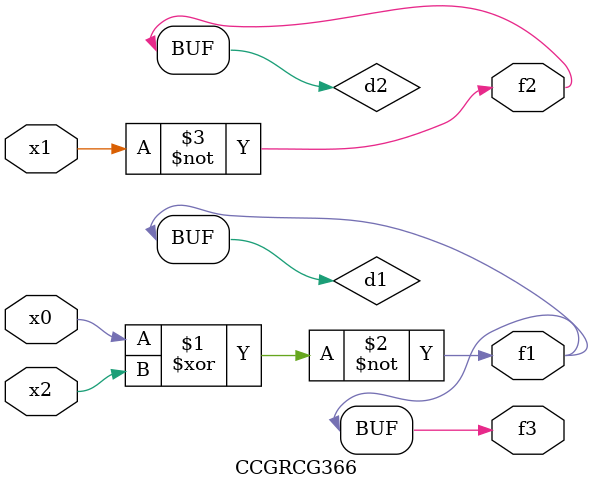
<source format=v>
module CCGRCG366(
	input x0, x1, x2,
	output f1, f2, f3
);

	wire d1, d2, d3;

	xnor (d1, x0, x2);
	nand (d2, x1);
	nor (d3, x1, x2);
	assign f1 = d1;
	assign f2 = d2;
	assign f3 = d1;
endmodule

</source>
